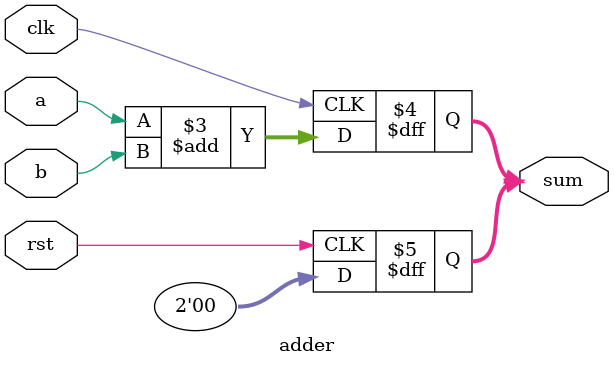
<source format=sv>
module adder
(
    input clk,
    input a,
    input b,
    output reg[1:0] sum,
    input rst
);

always @(posedge rst)
begin
    sum <= 0;
end

always @(posedge clk)
begin
    sum <= a+b;
end

endmodule
</source>
